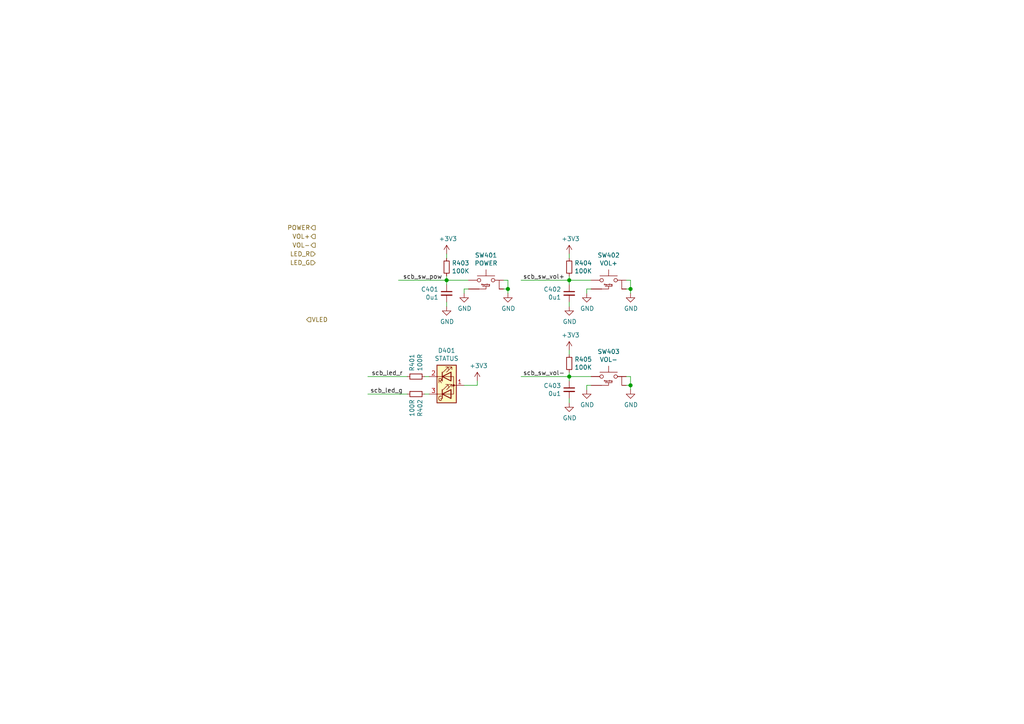
<source format=kicad_sch>
(kicad_sch (version 20210621) (generator eeschema)
  (paper "A4")
  (lib_symbols
    (symbol "DIYPie:+SCB_3V3D" (power) (pin_names (offset 0))
      (property "Value" "+SCB_3V3D" (at 0 3.556 0))
      (symbol "+SCB_3V3D_0_1"
        (polyline (pts (xy -0.762 1.27) (xy 0 2.54)))
        (polyline (pts (xy 0 0) (xy 0 2.54)))
        (polyline (pts (xy 0 2.54) (xy 0.762 1.27)))
      )
      (symbol "+SCB_3V3D_1_1"
        (pin power_in line (at 0 0 90) (length 0) hide (name "+3V3") (number "1"))
      )
    )
    (symbol "DIYPie:APBA3010SURKCGKC-GX" (pin_names (offset 0) hide)
      (property "Reference" "D" (at 0 6.858 0))
      (property "Value" "APBA3010SURKCGKC-GX" (at 0 -6.604 0))
      (symbol "APBA3010SURKCGKC-GX_0_0"
        (text "G" (at -1.905 -3.81 0) (effects (font (size 1.27 1.27))))
        (text "R" (at -1.905 1.27 0) (effects (font (size 1.27 1.27))))
      )
      (symbol "APBA3010SURKCGKC-GX_0_1"
        (circle (center 2.032 0) (radius 0.254) (fill (type outline)))
        (rectangle (start 1.27 -3.81) (end 1.27 -1.27))
        (rectangle (start 1.27 -1.27) (end 1.27 -1.27))
        (rectangle (start 1.27 1.27) (end 1.27 3.81))
        (rectangle (start 1.27 3.81) (end 1.27 3.81))
        (rectangle (start 2.794 5.842) (end -2.794 -5.08) (stroke (width 0.254)) (fill (type background)))
        (polyline (pts (xy -1.27 -2.54) (xy -2.54 -2.54)))
        (polyline (pts (xy -1.27 -1.27) (xy -1.27 -3.81)) (stroke (width 0.254)))
        (polyline (pts (xy -1.27 2.54) (xy -2.54 2.54)))
        (polyline (pts (xy -1.27 2.54) (xy 1.27 2.54)))
        (polyline (pts (xy -1.27 3.81) (xy -1.27 1.27)) (stroke (width 0.254)))
        (polyline (pts (xy 1.27 -2.54) (xy -1.27 -2.54)))
        (polyline (pts (xy 2.54 0) (xy 2.032 0)))
        (polyline (pts (xy -1.27 -1.27) (xy -1.27 -3.81) (xy -1.27 -3.81)))
        (polyline (pts (xy -1.27 3.81) (xy -1.27 1.27) (xy -1.27 1.27)))
        (polyline (pts (xy 1.27 -2.54) (xy 2.032 -2.54) (xy 2.032 0)))
        (polyline (pts (xy 1.27 2.54) (xy 2.032 2.54) (xy 2.032 0)))
        (polyline (pts (xy 1.27 -1.27) (xy 1.27 -3.81) (xy -1.27 -2.54) (xy 1.27 -1.27)) (stroke (width 0.254)))
        (polyline (pts (xy 1.27 3.81) (xy 1.27 1.27) (xy -1.27 2.54) (xy 1.27 3.81)) (stroke (width 0.254)))
        (polyline (pts (xy -1.016 -1.27) (xy 0.508 0.254) (xy -0.254 0.254) (xy 0.508 0.254) (xy 0.508 -0.508)))
        (polyline (pts (xy -1.016 3.81) (xy 0.508 5.334) (xy -0.254 5.334) (xy 0.508 5.334) (xy 0.508 4.572)))
        (polyline (pts (xy 0 -1.27) (xy 1.524 0.254) (xy 0.762 0.254) (xy 1.524 0.254) (xy 1.524 -0.508)))
        (polyline (pts (xy 0 3.81) (xy 1.524 5.334) (xy 0.762 5.334) (xy 1.524 5.334) (xy 1.524 4.572)))
      )
      (symbol "APBA3010SURKCGKC-GX_1_1"
        (pin passive line (at 5.08 0 180) (length 2.54) (name "A") (number "1"))
        (pin passive line (at -5.08 2.54 0) (length 2.54) (name "RK") (number "2"))
        (pin passive line (at -5.08 -2.54 0) (length 2.54) (name "GK") (number "3"))
      )
    )
    (symbol "DIYPie:CKCOMPONENTS_PTS845VM20PSMTR4LFS" (pin_numbers hide) (pin_names (offset 1.016) hide)
      (property "Reference" "SW" (at 1.27 2.54 0))
      (property "Value" "CKCOMPONENTS_PTS845VM20PSMTR4LFS" (at 0 6.35 0))
      (symbol "CKCOMPONENTS_PTS845VM20PSMTR4LFS_0_1"
        (circle (center -2.032 0) (radius 0.508))
        (circle (center 2.032 0) (radius 0.508))
        (polyline (pts (xy 0 1.27) (xy 0 3.048)))
        (polyline (pts (xy 2.54 1.27) (xy -2.54 1.27)))
        (polyline (pts (xy 3.81 -2.54) (xy 3.81 0)))
        (polyline (pts (xy -2.032 -2.54) (xy 0 -2.54) (xy 0 -1.778)))
        (pin passive line (at 5.08 0 180) (length 2.54) (name "1") (number "1"))
        (pin passive line (at -5.08 0 0) (length 2.54) (name "2") (number "2"))
      )
      (symbol "CKCOMPONENTS_PTS845VM20PSMTR4LFS_1_1"
        (text "Mounting" (at -0.127 -1.27 0) (effects (font (size 0.381 0.381))))
        (polyline (pts (xy -1.016 -1.778) (xy 1.016 -1.778)) (stroke (width 0.1524)))
        (pin passive line (at 5.08 -2.54 180) (length 1.27) (name "3") (number "3"))
        (pin passive line (at -5.08 -2.54 0) (length 3.048) (name "MP") (number "MP"))
      )
    )
    (symbol "Device:C_Small" (pin_numbers hide) (pin_names (offset 0.254) hide)
      (property "Reference" "C" (at 0.254 1.778 0))
      (property "Value" "C_Small" (at 0.254 -2.032 0))
      (symbol "C_Small_0_1"
        (polyline (pts (xy -1.524 -0.508) (xy 1.524 -0.508)) (stroke (width 0.3302)))
        (polyline (pts (xy -1.524 0.508) (xy 1.524 0.508)) (stroke (width 0.3048)))
      )
      (symbol "C_Small_1_1"
        (pin passive line (at 0 2.54 270) (length 2.032) (name "~") (number "1"))
        (pin passive line (at 0 -2.54 90) (length 2.032) (name "~") (number "2"))
      )
    )
    (symbol "Device:R_Small" (pin_numbers hide) (pin_names (offset 0.254) hide)
      (property "Reference" "R" (at 0.762 0.508 0))
      (property "Value" "R_Small" (at 0.762 -1.016 0))
      (symbol "R_Small_0_1"
        (rectangle (start -0.762 1.778) (end 0.762 -1.778) (stroke (width 0.2032)))
      )
      (symbol "R_Small_1_1"
        (pin passive line (at 0 2.54 270) (length 0.762) (name "~") (number "1"))
        (pin passive line (at 0 -2.54 90) (length 0.762) (name "~") (number "2"))
      )
    )
    (symbol "power:GND" (power) (pin_names (offset 0))
      (property "Value" "GND" (at 0 -3.81 0))
      (symbol "GND_0_1"
        (polyline (pts (xy 0 0) (xy 0 -1.27) (xy 1.27 -1.27) (xy 0 -2.54) (xy -1.27 -1.27) (xy 0 -1.27)))
      )
      (symbol "GND_1_1"
        (pin power_in line (at 0 0 270) (length 0) hide (name "GND") (number "1"))
      )
    )
  )
  (junction (at 129.54 81.28) (diameter 1.016))
  (junction (at 147.32 83.82) (diameter 1.016))
  (junction (at 165.1 81.28) (diameter 1.016))
  (junction (at 165.1 109.22) (diameter 1.016))
  (junction (at 182.88 83.82) (diameter 1.016))
  (junction (at 182.88 111.76) (diameter 1.016))
  (wire (pts (xy 118.11 109.22) (xy 106.68 109.22)))
  (wire (pts (xy 118.11 114.3) (xy 106.68 114.3)))
  (wire (pts (xy 123.19 109.22) (xy 124.46 109.22)))
  (wire (pts (xy 123.19 114.3) (xy 124.46 114.3)))
  (wire (pts (xy 129.54 73.66) (xy 129.54 74.93)))
  (wire (pts (xy 129.54 80.01) (xy 129.54 81.28)))
  (wire (pts (xy 129.54 81.28) (xy 115.57 81.28)))
  (wire (pts (xy 129.54 81.28) (xy 129.54 82.55)))
  (wire (pts (xy 129.54 81.28) (xy 135.89 81.28)))
  (wire (pts (xy 129.54 88.9) (xy 129.54 87.63)))
  (wire (pts (xy 134.62 83.82) (xy 135.89 83.82)))
  (wire (pts (xy 134.62 85.09) (xy 134.62 83.82)))
  (wire (pts (xy 134.62 111.76) (xy 138.43 111.76)))
  (wire (pts (xy 138.43 111.76) (xy 138.43 110.49)))
  (wire (pts (xy 146.05 81.28) (xy 147.32 81.28)))
  (wire (pts (xy 146.05 83.82) (xy 147.32 83.82)))
  (wire (pts (xy 147.32 81.28) (xy 147.32 83.82)))
  (wire (pts (xy 147.32 83.82) (xy 147.32 85.09)))
  (wire (pts (xy 165.1 73.66) (xy 165.1 74.93)))
  (wire (pts (xy 165.1 80.01) (xy 165.1 81.28)))
  (wire (pts (xy 165.1 81.28) (xy 151.13 81.28)))
  (wire (pts (xy 165.1 81.28) (xy 165.1 82.55)))
  (wire (pts (xy 165.1 81.28) (xy 171.45 81.28)))
  (wire (pts (xy 165.1 88.9) (xy 165.1 87.63)))
  (wire (pts (xy 165.1 101.6) (xy 165.1 102.87)))
  (wire (pts (xy 165.1 107.95) (xy 165.1 109.22)))
  (wire (pts (xy 165.1 109.22) (xy 151.13 109.22)))
  (wire (pts (xy 165.1 109.22) (xy 165.1 110.49)))
  (wire (pts (xy 165.1 109.22) (xy 171.45 109.22)))
  (wire (pts (xy 165.1 116.84) (xy 165.1 115.57)))
  (wire (pts (xy 170.18 83.82) (xy 171.45 83.82)))
  (wire (pts (xy 170.18 85.09) (xy 170.18 83.82)))
  (wire (pts (xy 170.18 111.76) (xy 171.45 111.76)))
  (wire (pts (xy 170.18 113.03) (xy 170.18 111.76)))
  (wire (pts (xy 181.61 81.28) (xy 182.88 81.28)))
  (wire (pts (xy 181.61 83.82) (xy 182.88 83.82)))
  (wire (pts (xy 181.61 109.22) (xy 182.88 109.22)))
  (wire (pts (xy 181.61 111.76) (xy 182.88 111.76)))
  (wire (pts (xy 182.88 81.28) (xy 182.88 83.82)))
  (wire (pts (xy 182.88 83.82) (xy 182.88 85.09)))
  (wire (pts (xy 182.88 109.22) (xy 182.88 111.76)))
  (wire (pts (xy 182.88 111.76) (xy 182.88 113.03)))
  (label "scb_led_r" (at 116.84 109.22 180))
  (label "scb_led_g" (at 116.84 114.3 180))
  (label "scb_sw_pow" (at 128.27 81.28 180))
  (label "scb_sw_vol+" (at 163.83 81.28 180))
  (label "scb_sw_vol-" (at 163.83 109.22 180))
  (hierarchical_label "VLED" (shape input) (at 88.9 92.71 0))
  (hierarchical_label "POWER" (shape output) (at 91.44 66.04 180))
  (hierarchical_label "VOL+" (shape output) (at 91.44 68.58 180))
  (hierarchical_label "VOL-" (shape output) (at 91.44 71.12 180))
  (hierarchical_label "LED_R" (shape input) (at 91.44 73.66 180))
  (hierarchical_label "LED_G" (shape input) (at 91.44 76.2 180))
  (symbol (lib_id "DIYPie:+SCB_3V3D") (at 129.54 73.66 0) (unit 1)
    (property "Reference" "#PWR0401" (effects hide))
    (property "Value" "+SCB_3V3D" (at 129.921 69.2658 0))
  )
  (symbol (lib_id "DIYPie:+SCB_3V3D") (at 138.43 110.49 0) (unit 1)
    (property "Reference" "#PWR0404" (effects hide))
    (property "Value" "+SCB_3V3D" (at 138.811 106.0958 0))
  )
  (symbol (lib_id "DIYPie:+SCB_3V3D") (at 165.1 73.66 0) (unit 1)
    (property "Reference" "#PWR0406" (effects hide))
    (property "Value" "+SCB_3V3D" (at 165.481 69.2658 0))
  )
  (symbol (lib_id "DIYPie:+SCB_3V3D") (at 165.1 101.6 0) (unit 1)
    (property "Reference" "#PWR0408" (effects hide))
    (property "Value" "+SCB_3V3D" (at 165.481 97.2058 0))
  )
  (symbol (lib_id "power:GND") (at 129.54 88.9 0) (unit 1)
    (property "Reference" "#PWR0402" (effects hide))
    (property "Value" "GND" (at 129.667 93.2942 0))
  )
  (symbol (lib_id "power:GND") (at 134.62 85.09 0) (unit 1)
    (property "Reference" "#PWR0403" (effects hide))
    (property "Value" "GND" (at 134.747 89.4842 0))
  )
  (symbol (lib_id "power:GND") (at 147.32 85.09 0) (unit 1)
    (property "Reference" "#PWR0405" (effects hide))
    (property "Value" "GND" (at 147.447 89.4842 0))
  )
  (symbol (lib_id "power:GND") (at 165.1 88.9 0) (unit 1)
    (property "Reference" "#PWR0407" (effects hide))
    (property "Value" "GND" (at 165.227 93.2942 0))
  )
  (symbol (lib_id "power:GND") (at 165.1 116.84 0) (unit 1)
    (property "Reference" "#PWR0409" (effects hide))
    (property "Value" "GND" (at 165.227 121.2342 0))
  )
  (symbol (lib_id "power:GND") (at 170.18 85.09 0) (unit 1)
    (property "Reference" "#PWR0410" (effects hide))
    (property "Value" "GND" (at 170.307 89.4842 0))
  )
  (symbol (lib_id "power:GND") (at 170.18 113.03 0) (unit 1)
    (property "Reference" "#PWR0411" (effects hide))
    (property "Value" "GND" (at 170.307 117.4242 0))
  )
  (symbol (lib_id "power:GND") (at 182.88 85.09 0) (unit 1)
    (property "Reference" "#PWR0412" (effects hide))
    (property "Value" "GND" (at 183.007 89.4842 0))
  )
  (symbol (lib_id "power:GND") (at 182.88 113.03 0) (unit 1)
    (property "Reference" "#PWR0413" (effects hide))
    (property "Value" "GND" (at 183.007 117.4242 0))
  )
  (symbol (lib_id "Device:R_Small") (at 120.65 109.22 90) (unit 1)
    (property "Reference" "R401" (at 119.4816 107.7214 0) (effects (justify left)))
    (property "Value" "100R" (at 121.793 107.7214 0) (effects (justify left)))
    (property "Footprint" "DIYPie:R_0402_1005Metric" (effects hide))
    (property "Manufacturer" "any" (effects hide))
    (property "Mouser_PN" "603-RC0402FR-07100RL" (effects hide))
    (property "Mouser_PL" "https://eu.mouser.com/ProductDetail/Yageo/RC0402FR-07100RL?qs=sGAEpiMZZMtlubZbdhIBIOcXbDHk16D47279Hh%252BH17k%3D" (effects hide))
    (property "Tolerance" "1%" (effects hide))
  )
  (symbol (lib_id "Device:R_Small") (at 120.65 114.3 270) (unit 1)
    (property "Reference" "R402" (at 121.8184 115.7986 0) (effects (justify left)))
    (property "Value" "100R" (at 119.507 115.7986 0) (effects (justify left)))
    (property "Footprint" "DIYPie:R_0402_1005Metric" (effects hide))
    (property "Manufacturer" "any" (effects hide))
    (property "Mouser_PN" "603-RC0402FR-07100RL" (effects hide))
    (property "Mouser_PL" "https://eu.mouser.com/ProductDetail/Yageo/RC0402FR-07100RL?qs=sGAEpiMZZMtlubZbdhIBIOcXbDHk16D47279Hh%252BH17k%3D" (effects hide))
    (property "Tolerance" "1%" (effects hide))
  )
  (symbol (lib_id "Device:R_Small") (at 129.54 77.47 0) (unit 1)
    (property "Reference" "R403" (at 131.0386 76.3016 0) (effects (justify left)))
    (property "Value" "100K" (at 131.0386 78.613 0) (effects (justify left)))
    (property "Footprint" "DIYPie:R_0402_1005Metric" (effects hide))
    (property "Manufacturer" "any" (effects hide))
    (property "Mouser_PN" "603-RC0402FR-7D100KL" (effects hide))
    (property "Mouser_PL" "https://eu.mouser.com/ProductDetail/Yageo/RC0402FR-7D100KL?qs=sGAEpiMZZMtlubZbdhIBIAA5Rg%252BBqQHDCTrR%252BgKPZsk%3D" (effects hide))
    (property "Tolerance" "1%" (effects hide))
  )
  (symbol (lib_id "Device:R_Small") (at 165.1 77.47 0) (unit 1)
    (property "Reference" "R404" (at 166.5986 76.3016 0) (effects (justify left)))
    (property "Value" "100K" (at 166.5986 78.613 0) (effects (justify left)))
    (property "Footprint" "DIYPie:R_0402_1005Metric" (effects hide))
    (property "Manufacturer" "any" (effects hide))
    (property "Mouser_PN" "603-RC0402FR-7D100KL" (effects hide))
    (property "Mouser_PL" "https://eu.mouser.com/ProductDetail/Yageo/RC0402FR-7D100KL?qs=sGAEpiMZZMtlubZbdhIBIAA5Rg%252BBqQHDCTrR%252BgKPZsk%3D" (effects hide))
    (property "Tolerance" "1%" (effects hide))
  )
  (symbol (lib_id "Device:R_Small") (at 165.1 105.41 0) (unit 1)
    (property "Reference" "R405" (at 166.5986 104.2416 0) (effects (justify left)))
    (property "Value" "100K" (at 166.5986 106.553 0) (effects (justify left)))
    (property "Footprint" "DIYPie:R_0402_1005Metric" (effects hide))
    (property "Manufacturer" "any" (effects hide))
    (property "Mouser_PN" "603-RC0402FR-7D100KL" (effects hide))
    (property "Mouser_PL" "https://eu.mouser.com/ProductDetail/Yageo/RC0402FR-7D100KL?qs=sGAEpiMZZMtlubZbdhIBIAA5Rg%252BBqQHDCTrR%252BgKPZsk%3D" (effects hide))
    (property "Tolerance" "1%" (effects hide))
  )
  (symbol (lib_id "Device:C_Small") (at 129.54 85.09 0) (mirror y) (unit 1)
    (property "Reference" "C401" (at 127.2032 83.9216 0) (effects (justify left)))
    (property "Value" "0u1" (at 127.2032 86.233 0) (effects (justify left)))
    (property "Footprint" "DIYPie:C_0402_1005Metric" (effects hide))
    (property "Manufacturer" "any" (effects hide))
    (property "Mouser_PN" "963-EMK105BJ104KV-F" (effects hide))
    (property "Mouser_PL" "https://eu.mouser.com/ProductDetail/Taiyo-Yuden/EMK105BJ104KV-F?qs=sGAEpiMZZMvsSlwiRhF8qgJCQaFFkNE%2FB5WnhbLyoK8%3D" (effects hide))
    (property "Tolerance" "20%" (effects hide))
    (property "Voltage" "16V" (effects hide))
    (property "Dielectric" "X5R" (effects hide))
  )
  (symbol (lib_id "Device:C_Small") (at 165.1 85.09 0) (mirror y) (unit 1)
    (property "Reference" "C402" (at 162.7632 83.9216 0) (effects (justify left)))
    (property "Value" "0u1" (at 162.7632 86.233 0) (effects (justify left)))
    (property "Footprint" "DIYPie:C_0402_1005Metric" (effects hide))
    (property "Manufacturer" "any" (effects hide))
    (property "Mouser_PN" "963-EMK105BJ104KV-F" (effects hide))
    (property "Mouser_PL" "https://eu.mouser.com/ProductDetail/Taiyo-Yuden/EMK105BJ104KV-F?qs=sGAEpiMZZMvsSlwiRhF8qgJCQaFFkNE%2FB5WnhbLyoK8%3D" (effects hide))
    (property "Tolerance" "20%" (effects hide))
    (property "Voltage" "16V" (effects hide))
    (property "Dielectric" "X5R" (effects hide))
  )
  (symbol (lib_id "Device:C_Small") (at 165.1 113.03 0) (mirror y) (unit 1)
    (property "Reference" "C403" (at 162.7632 111.8616 0) (effects (justify left)))
    (property "Value" "0u1" (at 162.7632 114.173 0) (effects (justify left)))
    (property "Footprint" "DIYPie:C_0402_1005Metric" (effects hide))
    (property "Manufacturer" "any" (effects hide))
    (property "Mouser_PN" "963-EMK105BJ104KV-F" (effects hide))
    (property "Mouser_PL" "https://eu.mouser.com/ProductDetail/Taiyo-Yuden/EMK105BJ104KV-F?qs=sGAEpiMZZMvsSlwiRhF8qgJCQaFFkNE%2FB5WnhbLyoK8%3D" (effects hide))
    (property "Tolerance" "20%" (effects hide))
    (property "Voltage" "16V" (effects hide))
    (property "Dielectric" "X5R" (effects hide))
  )
  (symbol (lib_id "DIYPie:CKCOMPONENTS_PTS845VM20PSMTR4LFS") (at 140.97 81.28 0) (unit 1)
    (property "Reference" "SW401" (at 140.97 74.041 0))
    (property "Value" "POWER" (at 140.97 76.3524 0))
    (property "Footprint" "DIYPie:CKCOMPONENTS_PTS845VM20PSMTR4LFS" (effects hide))
  )
  (symbol (lib_id "DIYPie:CKCOMPONENTS_PTS845VM20PSMTR4LFS") (at 176.53 81.28 0) (unit 1)
    (property "Reference" "SW402" (at 176.53 74.041 0))
    (property "Value" "VOL+" (at 176.53 76.3524 0))
    (property "Footprint" "DIYPie:CKCOMPONENTS_PTS845VM20PSMTR4LFS" (effects hide))
  )
  (symbol (lib_id "DIYPie:CKCOMPONENTS_PTS845VM20PSMTR4LFS") (at 176.53 109.22 0) (unit 1)
    (property "Reference" "SW403" (at 176.53 101.981 0))
    (property "Value" "VOL-" (at 176.53 104.2924 0))
    (property "Footprint" "DIYPie:CKCOMPONENTS_PTS845VM20PSMTR4LFS" (effects hide))
  )
  (symbol (lib_id "DIYPie:APBA3010SURKCGKC-GX") (at 129.54 111.76 0) (unit 1)
    (property "Reference" "D401" (at 129.54 101.6762 0))
    (property "Value" "STATUS" (at 129.54 103.9876 0))
    (property "Footprint" "DIYPie:KINGBRIGHT_APBA3010" (effects hide))
    (property "Datasheet" "https://ro.mouser.com/datasheet/2/216/APBA3010SURKCGKC_GX-76657.pdf" (effects hide))
  )
)
</source>
